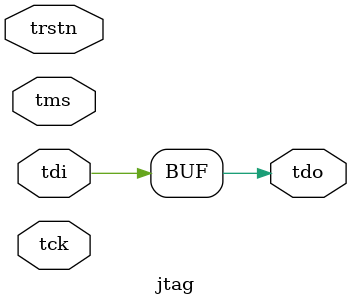
<source format=sv>
module jtag(

  input  logic tms,
  input  logic tck,
  input  logic trstn,
  input  logic tdi,
  output logic tdo
  
);

  assign tdo = tdi;

endmodule : jtag
</source>
